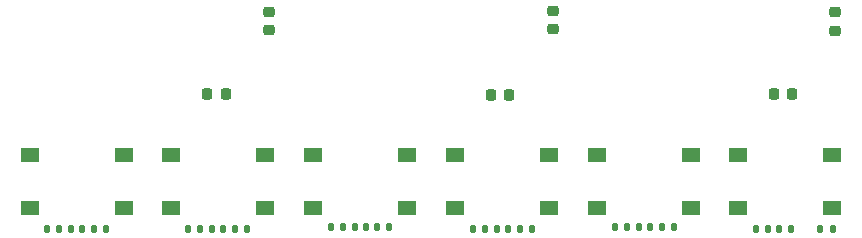
<source format=gbr>
%TF.GenerationSoftware,KiCad,Pcbnew,9.0.0*%
%TF.CreationDate,2025-03-20T15:52:25+01:00*%
%TF.ProjectId,PCB_secondaire,5043425f-7365-4636-9f6e-64616972652e,rev?*%
%TF.SameCoordinates,Original*%
%TF.FileFunction,Paste,Top*%
%TF.FilePolarity,Positive*%
%FSLAX46Y46*%
G04 Gerber Fmt 4.6, Leading zero omitted, Abs format (unit mm)*
G04 Created by KiCad (PCBNEW 9.0.0) date 2025-03-20 15:52:25*
%MOMM*%
%LPD*%
G01*
G04 APERTURE LIST*
G04 Aperture macros list*
%AMRoundRect*
0 Rectangle with rounded corners*
0 $1 Rounding radius*
0 $2 $3 $4 $5 $6 $7 $8 $9 X,Y pos of 4 corners*
0 Add a 4 corners polygon primitive as box body*
4,1,4,$2,$3,$4,$5,$6,$7,$8,$9,$2,$3,0*
0 Add four circle primitives for the rounded corners*
1,1,$1+$1,$2,$3*
1,1,$1+$1,$4,$5*
1,1,$1+$1,$6,$7*
1,1,$1+$1,$8,$9*
0 Add four rect primitives between the rounded corners*
20,1,$1+$1,$2,$3,$4,$5,0*
20,1,$1+$1,$4,$5,$6,$7,0*
20,1,$1+$1,$6,$7,$8,$9,0*
20,1,$1+$1,$8,$9,$2,$3,0*%
G04 Aperture macros list end*
%ADD10RoundRect,0.135000X-0.135000X-0.185000X0.135000X-0.185000X0.135000X0.185000X-0.135000X0.185000X0*%
%ADD11R,1.550000X1.300000*%
%ADD12RoundRect,0.140000X-0.140000X-0.170000X0.140000X-0.170000X0.140000X0.170000X-0.140000X0.170000X0*%
%ADD13RoundRect,0.225000X-0.250000X0.225000X-0.250000X-0.225000X0.250000X-0.225000X0.250000X0.225000X0*%
%ADD14RoundRect,0.225000X0.225000X0.250000X-0.225000X0.250000X-0.225000X-0.250000X0.225000X-0.250000X0*%
G04 APERTURE END LIST*
D10*
%TO.C,R2*%
X102110000Y-147000000D03*
X103130000Y-147000000D03*
%TD*%
D11*
%TO.C,SW1*%
X104585000Y-145300000D03*
X96635000Y-145300000D03*
X104585000Y-140800000D03*
X96635000Y-140800000D03*
%TD*%
D10*
%TO.C,R4*%
X114020000Y-147000000D03*
X115040000Y-147000000D03*
%TD*%
D11*
%TO.C,SW3*%
X128585000Y-145300000D03*
X120635000Y-145300000D03*
X128585000Y-140800000D03*
X120635000Y-140800000D03*
%TD*%
D10*
%TO.C,R3*%
X110060000Y-147000000D03*
X111080000Y-147000000D03*
%TD*%
%TO.C,R12*%
X163590000Y-147000000D03*
X164610000Y-147000000D03*
%TD*%
D12*
%TO.C,C6*%
X160100000Y-147000000D03*
X161060000Y-147000000D03*
%TD*%
D13*
%TO.C,C9*%
X164860000Y-128705000D03*
X164860000Y-130255000D03*
%TD*%
D11*
%TO.C,SW6*%
X164585000Y-145300000D03*
X156635000Y-145300000D03*
X164585000Y-140800000D03*
X156635000Y-140800000D03*
%TD*%
D12*
%TO.C,C5*%
X148190000Y-146900000D03*
X149150000Y-146900000D03*
%TD*%
D10*
%TO.C,R5*%
X122140000Y-146900000D03*
X123160000Y-146900000D03*
%TD*%
D14*
%TO.C,C11*%
X137230000Y-135690000D03*
X135680000Y-135690000D03*
%TD*%
D11*
%TO.C,SW4*%
X140585000Y-145300000D03*
X132635000Y-145300000D03*
X140585000Y-140800000D03*
X132635000Y-140800000D03*
%TD*%
D12*
%TO.C,C1*%
X100130000Y-147000000D03*
X101090000Y-147000000D03*
%TD*%
D11*
%TO.C,SW5*%
X152585000Y-145300000D03*
X144635000Y-145300000D03*
X152585000Y-140800000D03*
X144635000Y-140800000D03*
%TD*%
D12*
%TO.C,C4*%
X136200000Y-147000000D03*
X137160000Y-147000000D03*
%TD*%
%TO.C,C3*%
X124140000Y-146900000D03*
X125100000Y-146900000D03*
%TD*%
D14*
%TO.C,C12*%
X161195000Y-135650000D03*
X159645000Y-135650000D03*
%TD*%
D10*
%TO.C,R7*%
X134200000Y-147000000D03*
X135220000Y-147000000D03*
%TD*%
D12*
%TO.C,C2*%
X112070000Y-147000000D03*
X113030000Y-147000000D03*
%TD*%
D10*
%TO.C,R6*%
X126040000Y-146900000D03*
X127060000Y-146900000D03*
%TD*%
%TO.C,R9*%
X146190000Y-146900000D03*
X147210000Y-146900000D03*
%TD*%
D13*
%TO.C,C10*%
X116920000Y-128655000D03*
X116920000Y-130205000D03*
%TD*%
D11*
%TO.C,SW2*%
X116560000Y-145300000D03*
X108610000Y-145300000D03*
X116560000Y-140800000D03*
X108610000Y-140800000D03*
%TD*%
D13*
%TO.C,C8*%
X140910000Y-128555000D03*
X140910000Y-130105000D03*
%TD*%
D10*
%TO.C,R1*%
X98110000Y-147000000D03*
X99130000Y-147000000D03*
%TD*%
%TO.C,R8*%
X138150000Y-147000000D03*
X139170000Y-147000000D03*
%TD*%
%TO.C,R11*%
X158090000Y-147000000D03*
X159110000Y-147000000D03*
%TD*%
%TO.C,R10*%
X150200000Y-146900000D03*
X151220000Y-146900000D03*
%TD*%
D14*
%TO.C,C7*%
X113225000Y-135640000D03*
X111675000Y-135640000D03*
%TD*%
M02*

</source>
